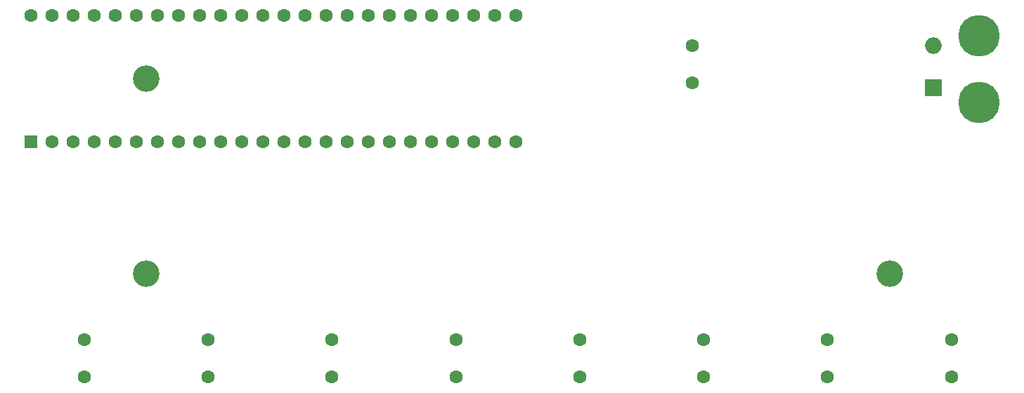
<source format=gbr>
%TF.GenerationSoftware,KiCad,Pcbnew,8.0.4*%
%TF.CreationDate,2025-03-12T23:32:50+01:00*%
%TF.ProjectId,Transistor Board V2,5472616e-7369-4737-946f-7220426f6172,rev?*%
%TF.SameCoordinates,Original*%
%TF.FileFunction,Soldermask,Bot*%
%TF.FilePolarity,Negative*%
%FSLAX46Y46*%
G04 Gerber Fmt 4.6, Leading zero omitted, Abs format (unit mm)*
G04 Created by KiCad (PCBNEW 8.0.4) date 2025-03-12 23:32:50*
%MOMM*%
%LPD*%
G01*
G04 APERTURE LIST*
%ADD10C,3.200000*%
%ADD11R,2.000000X2.000000*%
%ADD12O,2.000000X2.000000*%
%ADD13C,5.000000*%
%ADD14C,1.600000*%
%ADD15R,1.600000X1.600000*%
G04 APERTURE END LIST*
D10*
%TO.C,REF\u002A\u002A*%
X154250000Y-98974000D03*
%TD*%
%TO.C,REF\u002A\u002A*%
X154250000Y-122500000D03*
%TD*%
%TO.C,REF\u002A\u002A*%
X243750000Y-122500000D03*
%TD*%
D11*
%TO.C,D2*%
X249000000Y-100079999D03*
D12*
X249000000Y-95000000D03*
%TD*%
D13*
%TO.C,J14*%
X254531000Y-93828532D03*
X254531000Y-101828532D03*
%TD*%
D14*
%TO.C,J9*%
X220000000Y-95000000D03*
X220000000Y-99500000D03*
%TD*%
%TO.C,J8*%
X251206000Y-130459000D03*
X251206000Y-134959001D03*
%TD*%
%TO.C,J7*%
X236284568Y-130459000D03*
X236284568Y-134959001D03*
%TD*%
%TO.C,J6*%
X221363140Y-130459000D03*
X221363140Y-134959001D03*
%TD*%
%TO.C,J5*%
X206441712Y-130459000D03*
X206441712Y-134959001D03*
%TD*%
%TO.C,J4*%
X191520284Y-130459000D03*
X191520284Y-134959001D03*
%TD*%
%TO.C,J3*%
X176598856Y-130459000D03*
X176598856Y-134959001D03*
%TD*%
%TO.C,J1*%
X161677428Y-130459000D03*
X161677428Y-134959001D03*
%TD*%
%TO.C,U1*%
X140340000Y-91354000D03*
X142880000Y-91354000D03*
X145420000Y-91354000D03*
X147960000Y-91354000D03*
X150500000Y-91354000D03*
X153040000Y-91354000D03*
X155580000Y-91354000D03*
X158120000Y-91354000D03*
X160660000Y-91354000D03*
X163200000Y-91354000D03*
X165740000Y-91354000D03*
X168280000Y-91354000D03*
X170820000Y-91354000D03*
X173360000Y-91354000D03*
X175900000Y-91354000D03*
X178440000Y-91354000D03*
X180980000Y-91354000D03*
X183520000Y-91354000D03*
X186060000Y-91354000D03*
X188600000Y-91354000D03*
X191140000Y-91354000D03*
X193680000Y-91354000D03*
X196220000Y-91354000D03*
X198760000Y-91354000D03*
X198760000Y-106594000D03*
X196220000Y-106594000D03*
X193680000Y-106594000D03*
X191140000Y-106594000D03*
X188600000Y-106594000D03*
X186060000Y-106594000D03*
X183520000Y-106594000D03*
X180980000Y-106594000D03*
X178440000Y-106594000D03*
X175900000Y-106594000D03*
X173360000Y-106594000D03*
X170820000Y-106594000D03*
X168280000Y-106594000D03*
X165740000Y-106594000D03*
X163200000Y-106594000D03*
X160660000Y-106594000D03*
X158120000Y-106594000D03*
X155580000Y-106594000D03*
X153040000Y-106594000D03*
X150500000Y-106594000D03*
X147960000Y-106594000D03*
X145420000Y-106594000D03*
X142880000Y-106594000D03*
D15*
X140340000Y-106594000D03*
%TD*%
D14*
%TO.C,J15*%
X146756000Y-130459000D03*
X146756000Y-134959001D03*
%TD*%
M02*

</source>
